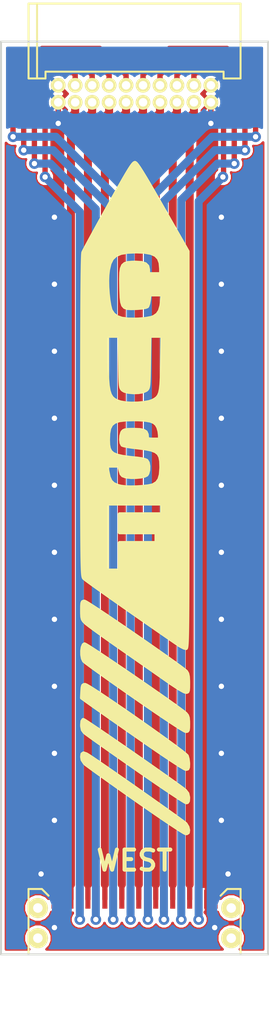
<source format=kicad_pcb>
(kicad_pcb (version 4) (host pcbnew 4.1.0-alpha+201605071002+6776~44~ubuntu14.04.1-product)

  (general
    (links 23)
    (no_connects 0)
    (area 145.924999 58.644999 166.075001 135.355001)
    (thickness 1.6)
    (drawings 5)
    (tracks 192)
    (zones 0)
    (modules 3)
    (nets 18)
  )

  (page A4)
  (layers
    (0 F.Cu signal)
    (31 B.Cu signal)
    (32 B.Adhes user)
    (33 F.Adhes user)
    (34 B.Paste user)
    (35 F.Paste user)
    (36 B.SilkS user)
    (37 F.SilkS user)
    (38 B.Mask user)
    (39 F.Mask user)
    (40 Dwgs.User user)
    (41 Cmts.User user)
    (42 Eco1.User user)
    (43 Eco2.User user)
    (44 Edge.Cuts user)
    (45 Margin user)
    (46 B.CrtYd user)
    (47 F.CrtYd user)
    (48 B.Fab user)
    (49 F.Fab user)
  )

  (setup
    (last_trace_width 0.25)
    (user_trace_width 0.2)
    (user_trace_width 0.25)
    (user_trace_width 0.4)
    (user_trace_width 0.5)
    (user_trace_width 0.6)
    (user_trace_width 0.8)
    (trace_clearance 0.15)
    (zone_clearance 0.3)
    (zone_45_only no)
    (trace_min 0.2)
    (segment_width 0.2)
    (edge_width 0.15)
    (via_size 0.6)
    (via_drill 0.4)
    (via_min_size 0.4)
    (via_min_drill 0.3)
    (user_via 0.6 0.4)
    (user_via 0.7 0.4)
    (user_via 0.8 0.4)
    (uvia_size 0.3)
    (uvia_drill 0.1)
    (uvias_allowed no)
    (uvia_min_size 0.2)
    (uvia_min_drill 0.1)
    (pcb_text_width 0.3)
    (pcb_text_size 1.5 1.5)
    (mod_edge_width 0.15)
    (mod_text_size 1 1)
    (mod_text_width 0.15)
    (pad_size 1.524 1.524)
    (pad_drill 0.762)
    (pad_to_mask_clearance 0)
    (aux_axis_origin 0 0)
    (visible_elements 7FFFFFFF)
    (pcbplotparams
      (layerselection 0x010f0_ffffffff)
      (usegerberextensions true)
      (excludeedgelayer true)
      (linewidth 0.100000)
      (plotframeref false)
      (viasonmask false)
      (mode 1)
      (useauxorigin false)
      (hpglpennumber 1)
      (hpglpenspeed 20)
      (hpglpendiameter 15)
      (psnegative false)
      (psa4output false)
      (plotreference false)
      (plotvalue false)
      (plotinvisibletext false)
      (padsonsilk false)
      (subtractmaskfromsilk true)
      (outputformat 1)
      (mirror false)
      (drillshape 0)
      (scaleselection 1)
      (outputdirectory gerbers/))
  )

  (net 0 "")
  (net 1 GND)
  (net 2 /3v3_IMU)
  (net 3 /JTMS)
  (net 4 /3v3_RADIO)
  (net 5 /JTCK)
  (net 6 /3v3_FC)
  (net 7 /JTDI)
  (net 8 /3v3_PYRO)
  (net 9 /JTDR)
  (net 10 /3v3_DL)
  (net 11 /RSVD1)
  (net 12 /3v3_AUX1)
  (net 13 /5v_CAN)
  (net 14 /RSVD3)
  (net 15 /CAN-)
  (net 16 /RSVD2)
  (net 17 /CAN+)

  (net_class Default "This is the default net class."
    (clearance 0.15)
    (trace_width 0.25)
    (via_dia 0.6)
    (via_drill 0.4)
    (uvia_dia 0.3)
    (uvia_drill 0.1)
    (add_net /3v3_AUX1)
    (add_net /3v3_DL)
    (add_net /3v3_FC)
    (add_net /3v3_IMU)
    (add_net /3v3_PYRO)
    (add_net /3v3_RADIO)
    (add_net /5v_CAN)
    (add_net /CAN+)
    (add_net /CAN-)
    (add_net /JTCK)
    (add_net /JTDI)
    (add_net /JTDR)
    (add_net /JTMS)
    (add_net /RSVD1)
    (add_net /RSVD2)
    (add_net /RSVD3)
    (add_net GND)
  )

  (module agg:SFM-110-02-L-DH (layer F.Cu) (tedit 5738C338) (tstamp 57390FA8)
    (at 156 129.7 180)
    (path /572F69FF)
    (fp_text reference J2 (at 9.1 2.6 90) (layer F.Fab)
      (effects (font (size 1 1) (thickness 0.15)))
    )
    (fp_text value "WEST BOT" (at 0 5.7 180) (layer F.Fab)
      (effects (font (size 1 1) (thickness 0.15)))
    )
    (fp_line (start -8.25 5) (end 8.25 5) (layer F.CrtYd) (width 0.01))
    (fp_line (start -8.25 -5.5) (end -8.25 5) (layer F.CrtYd) (width 0.01))
    (fp_line (start 8.25 -5.5) (end -8.25 -5.5) (layer F.CrtYd) (width 0.01))
    (fp_line (start 8.25 5) (end 8.25 -5.5) (layer F.CrtYd) (width 0.01))
    (fp_line (start -8.64 -0.23) (end 8.64 -0.23) (layer F.Fab) (width 0.03))
    (fp_line (start 7.94 -0.23) (end 7.94 4.58) (layer F.SilkS) (width 0.15))
    (fp_line (start 6.94 4.58) (end 7.94 4.58) (layer F.SilkS) (width 0.15))
    (fp_line (start -7.94 -0.23) (end -7.94 4.58) (layer F.SilkS) (width 0.15))
    (fp_line (start -6.44 4.08) (end -6.94 4.58) (layer F.SilkS) (width 0.15))
    (fp_line (start 6.44 4.08) (end 6.94 4.58) (layer F.SilkS) (width 0.15))
    (fp_line (start -7.94 4.58) (end -6.94 4.58) (layer F.SilkS) (width 0.15))
    (fp_line (start -6.65 -5.2) (end 6.65 -5.2) (layer F.Fab) (width 0.01))
    (fp_line (start -6.65 -5.2) (end -6.65 -1) (layer F.Fab) (width 0.01))
    (fp_line (start -7.94 -1) (end -6.65 -1) (layer F.Fab) (width 0.01))
    (fp_line (start -7.94 -1) (end -7.94 4.58) (layer F.Fab) (width 0.01))
    (fp_line (start -7.94 4.58) (end 7.94 4.58) (layer F.Fab) (width 0.01))
    (fp_line (start 7.94 -1) (end 7.94 4.58) (layer F.Fab) (width 0.01))
    (fp_line (start 6.65 -1) (end 7.94 -1) (layer F.Fab) (width 0.01))
    (fp_line (start 6.65 -5.2) (end 6.65 -1) (layer F.Fab) (width 0.01))
    (fp_line (start 6 -5.2) (end 6 -3.5) (layer F.Fab) (width 0.01))
    (fp_line (start 4.5 -3.5) (end 6 -3.5) (layer F.Fab) (width 0.01))
    (fp_line (start 4.5 -5.2) (end 4.5 -3.5) (layer F.Fab) (width 0.01))
    (pad "" thru_hole circle (at 7.2395 3.16 180) (size 1.5 1.5) (drill 0.71) (layers *.Cu *.Mask F.SilkS))
    (pad "" thru_hole circle (at -7.2395 3.16 180) (size 1.5 1.5) (drill 0.71) (layers *.Cu *.Mask F.SilkS))
    (pad "" thru_hole circle (at 7.2395 0.91 180) (size 1.5 1.5) (drill 0.71) (layers *.Cu *.Mask F.SilkS))
    (pad "" thru_hole circle (at -7.2395 0.91 180) (size 1.5 1.5) (drill 0.71) (layers *.Cu *.Mask F.SilkS))
    (pad 1 smd rect (at -6.0325 3.81 180) (size 0.38 1.4) (layers F.Cu F.Paste F.Mask)
      (net 1 GND))
    (pad 2 smd rect (at -5.3975 3.81 180) (size 0.38 1.4) (layers F.Cu F.Paste F.Mask)
      (net 1 GND))
    (pad 3 smd rect (at -4.7625 3.81 180) (size 0.38 1.4) (layers F.Cu F.Paste F.Mask)
      (net 2 /3v3_IMU))
    (pad 4 smd rect (at -4.1275 3.81 180) (size 0.38 1.4) (layers F.Cu F.Paste F.Mask)
      (net 3 /JTMS))
    (pad 5 smd rect (at -3.4925 3.81 180) (size 0.38 1.4) (layers F.Cu F.Paste F.Mask)
      (net 4 /3v3_RADIO))
    (pad 6 smd rect (at -2.8575 3.81 180) (size 0.38 1.4) (layers F.Cu F.Paste F.Mask)
      (net 5 /JTCK))
    (pad 7 smd rect (at -2.2225 3.81 180) (size 0.38 1.4) (layers F.Cu F.Paste F.Mask)
      (net 6 /3v3_FC))
    (pad 8 smd rect (at -1.5875 3.81 180) (size 0.38 1.4) (layers F.Cu F.Paste F.Mask)
      (net 7 /JTDI))
    (pad 9 smd rect (at -0.9525 3.81 180) (size 0.38 1.4) (layers F.Cu F.Paste F.Mask)
      (net 8 /3v3_PYRO))
    (pad 10 smd rect (at -0.3175 3.81 180) (size 0.38 1.4) (layers F.Cu F.Paste F.Mask)
      (net 9 /JTDR))
    (pad 11 smd rect (at 0.3175 3.81 180) (size 0.38 1.4) (layers F.Cu F.Paste F.Mask)
      (net 10 /3v3_DL))
    (pad 12 smd rect (at 0.9525 3.81 180) (size 0.38 1.4) (layers F.Cu F.Paste F.Mask)
      (net 11 /RSVD1))
    (pad 13 smd rect (at 1.5875 3.81 180) (size 0.38 1.4) (layers F.Cu F.Paste F.Mask)
      (net 12 /3v3_AUX1))
    (pad 14 smd rect (at 2.2225 3.81 180) (size 0.38 1.4) (layers F.Cu F.Paste F.Mask)
      (net 13 /5v_CAN))
    (pad 15 smd rect (at 2.8575 3.81 180) (size 0.38 1.4) (layers F.Cu F.Paste F.Mask)
      (net 14 /RSVD3))
    (pad 16 smd rect (at 3.4925 3.81 180) (size 0.38 1.4) (layers F.Cu F.Paste F.Mask)
      (net 15 /CAN-))
    (pad 17 smd rect (at 4.1275 3.81 180) (size 0.38 1.4) (layers F.Cu F.Paste F.Mask)
      (net 16 /RSVD2))
    (pad 18 smd rect (at 4.7625 3.81 180) (size 0.38 1.4) (layers F.Cu F.Paste F.Mask)
      (net 17 /CAN+))
    (pad 19 smd rect (at 5.3975 3.81 180) (size 0.38 1.4) (layers F.Cu F.Paste F.Mask)
      (net 1 GND))
    (pad 20 smd rect (at 6.0325 3.81 180) (size 0.38 1.4) (layers F.Cu F.Paste F.Mask)
      (net 1 GND))
  )

  (module agg:TFML-110-01-L-D-RA (layer F.Cu) (tedit 5738D458) (tstamp 57390F76)
    (at 156 63 180)
    (path /572F69EF)
    (fp_text reference J1 (at 9 -2 90) (layer F.Fab)
      (effects (font (size 1 1) (thickness 0.15)))
    )
    (fp_text value "WEST TOP" (at 0 -5.5 180) (layer F.Fab)
      (effects (font (size 1 1) (thickness 0.15)))
    )
    (fp_line (start 8.2 -4.15) (end 8.2 4.2) (layer F.CrtYd) (width 0.01))
    (fp_line (start -8.2 -4.15) (end -8.2 4.2) (layer F.CrtYd) (width 0.01))
    (fp_line (start 8.2 4.2) (end -8.2 4.2) (layer F.CrtYd) (width 0.01))
    (fp_line (start 6.6675 -1.141) (end -6.6675 -1.141) (layer F.SilkS) (width 0.15))
    (fp_line (start -6.6675 -1.649) (end -7.9375 -1.649) (layer F.SilkS) (width 0.15))
    (fp_line (start 7.9375 -1.649) (end 7.9375 3.939) (layer F.SilkS) (width 0.15))
    (fp_line (start -7.9375 -1.649) (end -7.9375 3.939) (layer F.SilkS) (width 0.15))
    (fp_line (start 7.9375 3.939) (end -7.9375 3.939) (layer F.SilkS) (width 0.15))
    (fp_line (start 6.6675 -1.649) (end 6.6675 -1.141) (layer F.SilkS) (width 0.15))
    (fp_line (start -6.6675 -1.649) (end -6.6675 -1.141) (layer F.SilkS) (width 0.15))
    (fp_line (start 7.9375 -1.649) (end 6.6675 -1.649) (layer F.SilkS) (width 0.15))
    (fp_line (start 7.3 -1.649) (end 7.3 3.939) (layer F.SilkS) (width 0.15))
    (fp_line (start 8.2 -4.15) (end -8.2 -4.15) (layer F.CrtYd) (width 0.01))
    (fp_line (start -7.9375 -1.649) (end -7.9375 3.939) (layer F.Fab) (width 0.01))
    (fp_line (start 7.9375 3.939) (end -7.9375 3.939) (layer F.Fab) (width 0.01))
    (fp_line (start 7.9375 -1.649) (end 7.9375 3.939) (layer F.Fab) (width 0.01))
    (fp_line (start 7.9375 -1.649) (end -7.9375 -1.649) (layer F.Fab) (width 0.01))
    (pad 1 thru_hole circle (at -5.715 -2.159) (size 1.1 1.1) (drill 0.635) (layers *.Cu *.Mask F.SilkS)
      (net 1 GND))
    (pad 2 thru_hole circle (at -5.715 -3.429) (size 1.1 1.1) (drill 0.635) (layers *.Cu *.Mask F.SilkS)
      (net 1 GND))
    (pad 3 thru_hole circle (at -4.445 -2.159) (size 1.1 1.1) (drill 0.635) (layers *.Cu *.Mask F.SilkS)
      (net 2 /3v3_IMU))
    (pad 4 thru_hole circle (at -4.445 -3.429) (size 1.1 1.1) (drill 0.635) (layers *.Cu *.Mask F.SilkS)
      (net 3 /JTMS))
    (pad 5 thru_hole circle (at -3.175 -2.159) (size 1.1 1.1) (drill 0.635) (layers *.Cu *.Mask F.SilkS)
      (net 4 /3v3_RADIO))
    (pad 6 thru_hole circle (at -3.175 -3.429) (size 1.1 1.1) (drill 0.635) (layers *.Cu *.Mask F.SilkS)
      (net 5 /JTCK))
    (pad 7 thru_hole circle (at -1.905 -2.159) (size 1.1 1.1) (drill 0.635) (layers *.Cu *.Mask F.SilkS)
      (net 6 /3v3_FC))
    (pad 8 thru_hole circle (at -1.905 -3.429) (size 1.1 1.1) (drill 0.635) (layers *.Cu *.Mask F.SilkS)
      (net 7 /JTDI))
    (pad 9 thru_hole circle (at -0.635 -2.159) (size 1.1 1.1) (drill 0.635) (layers *.Cu *.Mask F.SilkS)
      (net 8 /3v3_PYRO))
    (pad 10 thru_hole circle (at -0.635 -3.429) (size 1.1 1.1) (drill 0.635) (layers *.Cu *.Mask F.SilkS)
      (net 9 /JTDR))
    (pad 11 thru_hole circle (at 0.635 -2.159) (size 1.1 1.1) (drill 0.635) (layers *.Cu *.Mask F.SilkS)
      (net 10 /3v3_DL))
    (pad 12 thru_hole circle (at 0.635 -3.429) (size 1.1 1.1) (drill 0.635) (layers *.Cu *.Mask F.SilkS)
      (net 11 /RSVD1))
    (pad 13 thru_hole circle (at 1.905 -2.159) (size 1.1 1.1) (drill 0.635) (layers *.Cu *.Mask F.SilkS)
      (net 12 /3v3_AUX1))
    (pad 14 thru_hole circle (at 1.905 -3.429) (size 1.1 1.1) (drill 0.635) (layers *.Cu *.Mask F.SilkS)
      (net 13 /5v_CAN))
    (pad 15 thru_hole circle (at 3.175 -2.159) (size 1.1 1.1) (drill 0.635) (layers *.Cu *.Mask F.SilkS)
      (net 14 /RSVD3))
    (pad 16 thru_hole circle (at 3.175 -3.429) (size 1.1 1.1) (drill 0.635) (layers *.Cu *.Mask F.SilkS)
      (net 15 /CAN-))
    (pad 17 thru_hole circle (at 4.445 -2.159) (size 1.1 1.1) (drill 0.635) (layers *.Cu *.Mask F.SilkS)
      (net 16 /RSVD2))
    (pad 18 thru_hole circle (at 4.445 -3.429) (size 1.1 1.1) (drill 0.635) (layers *.Cu *.Mask F.SilkS)
      (net 17 /CAN+))
    (pad 19 thru_hole circle (at 5.715 -2.159) (size 1.1 1.1) (drill 0.635) (layers *.Cu *.Mask F.SilkS)
      (net 1 GND))
    (pad 20 thru_hole circle (at 5.715 -3.429) (size 1.1 1.1) (drill 0.635) (layers *.Cu *.Mask F.SilkS)
      (net 1 GND))
  )

  (module m3psu:cusf_logo_large (layer F.Cu) (tedit 0) (tstamp 5770110B)
    (at 156 95.95)
    (fp_text reference G*** (at 0 0) (layer F.SilkS) hide
      (effects (font (thickness 0.3)))
    )
    (fp_text value LOGO (at 0.75 0) (layer F.SilkS) hide
      (effects (font (thickness 0.3)))
    )
    (fp_poly (pts (xy 4.029075 24.779304) (xy 4.004875 24.960606) (xy 3.907084 25.022166) (xy 3.836192 25.023892)
      (xy 3.729988 24.974401) (xy 3.497861 24.835289) (xy 3.153886 24.615916) (xy 2.712134 24.325647)
      (xy 2.186673 23.973845) (xy 1.591577 23.569874) (xy 0.940915 23.123089) (xy 0.248759 22.642859)
      (xy 0.067684 22.516437) (xy -0.63565 22.023673) (xy -1.301656 21.554996) (xy -1.916017 21.120626)
      (xy -2.46442 20.73077) (xy -2.932556 20.395651) (xy -3.30611 20.125481) (xy -3.570772 19.930474)
      (xy -3.712227 19.820849) (xy -3.725646 19.808963) (xy -3.90902 19.533334) (xy -3.94335 19.316043)
      (xy -3.91712 19.106156) (xy -3.820851 19.039506) (xy -3.628187 19.102802) (xy -3.575008 19.130291)
      (xy -3.43332 19.217582) (xy -3.172314 19.389848) (xy -2.808483 19.635545) (xy -2.358337 19.943126)
      (xy -1.838373 20.301049) (xy -1.265099 20.697768) (xy -0.655017 21.121736) (xy -0.024627 21.561409)
      (xy 0.609565 22.00524) (xy 1.23106 22.441687) (xy 1.823351 22.859204) (xy 2.369936 23.246244)
      (xy 2.854313 23.591266) (xy 3.25998 23.882718) (xy 3.570434 24.109061) (xy 3.769168 24.258747)
      (xy 3.836192 24.315058) (xy 3.977934 24.550069) (xy 4.029075 24.779304) (xy 4.029075 24.779304)) (layer F.SilkS) (width 0.27))
    (fp_poly (pts (xy 4.029075 22.381491) (xy 4.012789 22.604981) (xy 3.950362 22.701792) (xy 3.869513 22.717125)
      (xy 3.770002 22.669427) (xy 3.543961 22.532469) (xy 3.205224 22.315457) (xy 2.767616 22.027591)
      (xy 2.244972 21.678073) (xy 1.65112 21.276111) (xy 0.999888 20.830905) (xy 0.305111 20.351658)
      (xy 0.074939 20.191985) (xy -0.633752 19.698814) (xy -1.304176 19.230612) (xy -1.922249 18.797327)
      (xy -2.473891 18.408911) (xy -2.945014 18.075312) (xy -3.32154 17.806484) (xy -3.58938 17.612375)
      (xy -3.734456 17.502936) (xy -3.751715 17.488308) (xy -3.888475 17.298417) (xy -3.940761 17.03221)
      (xy -3.94335 16.927348) (xy -3.919965 16.657283) (xy -3.8507 16.54735) (xy -3.834327 16.544925)
      (xy -3.745105 16.592464) (xy -3.531632 16.727747) (xy -3.209817 16.939765) (xy -2.795561 17.217506)
      (xy -2.304771 17.549965) (xy -1.753353 17.926129) (xy -1.157209 18.33499) (xy -0.532246 18.76554)
      (xy 0.105635 19.206769) (xy 0.740521 19.647668) (xy 1.356515 20.07723) (xy 1.937706 20.484444)
      (xy 2.468194 20.858302) (xy 2.932073 21.187794) (xy 3.313435 21.461911) (xy 3.596376 21.669644)
      (xy 3.764993 21.799986) (xy 3.79333 21.8246) (xy 3.969467 22.050338) (xy 4.028006 22.323676)
      (xy 4.029075 22.381491) (xy 4.029075 22.381491)) (layer F.SilkS) (width 0.27))
    (fp_poly (pts (xy 4.029075 19.849369) (xy 4.019239 20.086361) (xy 3.974449 20.197137) (xy 3.871784 20.226502)
      (xy 3.836192 20.226418) (xy 3.727466 20.177459) (xy 3.492663 20.03869) (xy 3.145697 19.819293)
      (xy 2.700481 19.528449) (xy 2.170924 19.175338) (xy 1.570944 18.769139) (xy 0.91445 18.31903)
      (xy 0.296017 17.890413) (xy -0.394667 17.409138) (xy -1.05641 16.9476) (xy -1.67299 16.517145)
      (xy -2.228186 16.129112) (xy -2.705783 15.794843) (xy -3.089561 15.52568) (xy -3.363298 15.332968)
      (xy -3.501506 15.234747) (xy -3.951734 14.91041) (xy -3.926113 14.42036) (xy -3.904913 14.14229)
      (xy -3.866632 13.995083) (xy -3.793235 13.938167) (xy -3.708331 13.930313) (xy -3.594094 13.978702)
      (xy -3.357164 14.116356) (xy -3.013724 14.332002) (xy -2.579961 14.614368) (xy -2.072058 14.952184)
      (xy -1.506206 15.334175) (xy -0.898582 15.74907) (xy -0.265378 16.185598) (xy 0.377225 16.632483)
      (xy 1.013037 17.078456) (xy 1.625881 17.512243) (xy 2.199563 17.922576) (xy 2.717901 18.298178)
      (xy 3.164711 18.627778) (xy 3.523808 18.900105) (xy 3.779004 19.103885) (xy 3.914117 19.227848)
      (xy 3.929874 19.249923) (xy 3.992701 19.474692) (xy 4.02695 19.766219) (xy 4.029075 19.849369)
      (xy 4.029075 19.849369)) (layer F.SilkS) (width 0.27))
    (fp_poly (pts (xy 4.029075 16.841064) (xy 4.024733 17.142357) (xy 4.002925 17.310443) (xy 3.950462 17.383507)
      (xy 3.854156 17.39974) (xy 3.836192 17.399648) (xy 3.727253 17.350991) (xy 3.490511 17.211469)
      (xy 3.138199 16.989148) (xy 2.682536 16.692094) (xy 2.135754 16.328374) (xy 1.510075 15.906059)
      (xy 0.81773 15.433208) (xy 0.070943 14.917894) (xy 0 14.868681) (xy -0.708394 14.375605)
      (xy -1.37723 13.90726) (xy -1.992605 13.473575) (xy -2.540619 13.084481) (xy -3.007368 12.749905)
      (xy -3.378947 12.479778) (xy -3.641458 12.284031) (xy -3.780991 12.172591) (xy -3.797059 12.156772)
      (xy -3.886839 11.966954) (xy -3.932728 11.700285) (xy -3.936638 11.40871) (xy -3.900471 11.144158)
      (xy -3.826135 10.958574) (xy -3.751048 10.903191) (xy -3.658505 10.945838) (xy -3.44166 11.076016)
      (xy -3.116548 11.282757) (xy -2.699203 11.555101) (xy -2.205665 11.88209) (xy -1.651968 12.252757)
      (xy -1.054142 12.656139) (xy -0.428231 13.081279) (xy 0.209736 13.51721) (xy 0.84372 13.952971)
      (xy 1.457689 14.3776) (xy 2.035603 14.780135) (xy 2.561431 15.149614) (xy 3.019135 15.475072)
      (xy 3.392677 15.74555) (xy 3.666028 15.950083) (xy 3.823146 16.077712) (xy 3.836192 16.090032)
      (xy 3.945337 16.227184) (xy 4.004319 16.401191) (xy 4.027004 16.66605) (xy 4.029075 16.841064)
      (xy 4.029075 16.841064)) (layer F.SilkS) (width 0.27))
    (fp_poly (pts (xy 4.029075 13.811221) (xy 4.026194 14.148716) (xy 4.010882 14.349593) (xy 3.973131 14.448659)
      (xy 3.902934 14.480729) (xy 3.836192 14.482166) (xy 3.701997 14.432691) (xy 3.457949 14.299683)
      (xy 3.132856 14.100456) (xy 2.755512 13.852323) (xy 2.528888 13.696204) (xy 2.176843 13.450053)
      (xy 1.711787 13.125551) (xy 1.161567 12.742088) (xy 0.554032 12.319066) (xy -0.082974 11.875872)
      (xy -0.721605 11.431903) (xy -0.985838 11.248324) (xy -1.567399 10.842322) (xy -2.114743 10.45633)
      (xy -2.60904 10.103921) (xy -3.031471 9.798665) (xy -3.363206 9.554131) (xy -3.585419 9.383896)
      (xy -3.664745 9.317133) (xy -3.805261 9.174389) (xy -3.888289 9.042689) (xy -3.92891 8.871522)
      (xy -3.942211 8.610384) (xy -3.94335 8.384232) (xy -3.940372 8.048873) (xy -3.92465 7.849821)
      (xy -3.886018 7.751951) (xy -3.814304 7.720142) (xy -3.75047 7.718163) (xy -3.648264 7.766283)
      (xy -3.422139 7.902201) (xy -3.088241 8.114826) (xy -2.662713 8.39308) (xy -2.161701 8.725876)
      (xy -1.601346 9.102127) (xy -0.997796 9.51075) (xy -0.367192 9.940658) (xy 0.274317 10.380768)
      (xy 0.910591 10.819994) (xy 1.525484 11.24725) (xy 2.102852 11.651456) (xy 2.626549 12.021521)
      (xy 3.080433 12.34636) (xy 3.448356 12.614894) (xy 3.714177 12.816033) (xy 3.861751 12.938692)
      (xy 3.879055 12.956714) (xy 3.961759 13.102182) (xy 4.008952 13.32153) (xy 4.027828 13.655704)
      (xy 4.029075 13.811221) (xy 4.029075 13.811221)) (layer F.SilkS) (width 0.27))
    (fp_poly (pts (xy 3.986213 -3.606549) (xy 3.98611 -1.730017) (xy 3.985759 -0.017523) (xy 3.985095 1.538344)
      (xy 3.984044 2.944998) (xy 3.982546 4.209848) (xy 3.980526 5.340308) (xy 3.977921 6.343788)
      (xy 3.974659 7.227703) (xy 3.970677 7.99946) (xy 3.965906 8.666476) (xy 3.960276 9.23616)
      (xy 3.953721 9.715923) (xy 3.946174 10.113177) (xy 3.937564 10.435338) (xy 3.927828 10.689813)
      (xy 3.916895 10.884013) (xy 3.904697 11.025356) (xy 3.89117 11.121249) (xy 3.876242 11.179104)
      (xy 3.859847 11.206337) (xy 3.850848 11.210829) (xy 3.71399 11.178518) (xy 3.490128 11.068493)
      (xy 3.250773 10.919699) (xy 2.573683 10.456236) (xy 2.081211 10.117499) (xy 2.081211 -15.173325)
      (xy 1.608965 -15.173325) (xy 1.136722 -15.173325) (xy 1.092401 -14.780108) (xy 1.045032 -14.521289)
      (xy 0.977608 -14.329872) (xy 0.948475 -14.28719) (xy 0.820951 -14.238372) (xy 0.567208 -14.19528)
      (xy 0.232475 -14.164805) (xy 0.101855 -14.158287) (xy -0.27229 -14.148405) (xy -0.548702 -14.166954)
      (xy -0.74287 -14.236017) (xy -0.87028 -14.377667) (xy -0.946418 -14.613988) (xy -0.986772 -14.967053)
      (xy -1.00683 -15.458947) (xy -1.01375 -15.74873) (xy -1.023011 -16.35117) (xy -1.011444 -16.803769)
      (xy -0.966106 -17.127949) (xy -0.874047 -17.345143) (xy -0.722326 -17.476771) (xy -0.497996 -17.544262)
      (xy -0.188114 -17.569043) (xy 0.088079 -17.572456) (xy 0.520881 -17.54591) (xy 0.809155 -17.456572)
      (xy 0.971919 -17.293098) (xy 1.028192 -17.04415) (xy 1.0287 -17.011553) (xy 1.0287 -16.716375)
      (xy 1.500188 -16.716375) (xy 1.971675 -16.716375) (xy 1.971675 -17.110616) (xy 1.933041 -17.545016)
      (xy 1.80694 -17.87629) (xy 1.578066 -18.114986) (xy 1.231108 -18.271656) (xy 0.750765 -18.356852)
      (xy 0.128588 -18.381149) (xy -0.523527 -18.354357) (xy -1.029151 -18.268019) (xy -1.407556 -18.106411)
      (xy -1.678007 -17.853815) (xy -1.859771 -17.494507) (xy -1.972112 -17.012768) (xy -2.016676 -16.63065)
      (xy -2.033416 -16.218465) (xy -2.022827 -15.741713) (xy -1.989155 -15.243798) (xy -1.936653 -14.768123)
      (xy -1.869572 -14.358087) (xy -1.79216 -14.057096) (xy -1.756199 -13.970921) (xy -1.569078 -13.704625)
      (xy -1.309883 -13.513775) (xy -0.956672 -13.391498) (xy -0.487501 -13.330926) (xy 0.11957 -13.325186)
      (xy 0.28694 -13.33115) (xy 0.842033 -13.373197) (xy 1.243728 -13.447013) (xy 1.444227 -13.520042)
      (xy 1.706044 -13.70098) (xy 1.883134 -13.962426) (xy 1.992095 -14.336606) (xy 2.035376 -14.667858)
      (xy 2.081211 -15.173325) (xy 2.081211 10.117499) (xy 2.07707 10.114648) (xy 2.07707 -12.087225)
      (xy 1.605047 -12.087225) (xy 1.133028 -12.087225) (xy 1.102013 -10.150612) (xy 1.091553 -9.526459)
      (xy 1.081112 -9.051124) (xy 1.068185 -8.701997) (xy 1.050257 -8.456465) (xy 1.02482 -8.291913)
      (xy 0.989366 -8.185733) (xy 0.941385 -8.115312) (xy 0.878364 -8.058037) (xy 0.868903 -8.05035)
      (xy 0.639808 -7.946438) (xy 0.304428 -7.887753) (xy -0.078149 -7.874288) (xy -0.448832 -7.90604)
      (xy -0.748535 -7.983006) (xy -0.869187 -8.050469) (xy -0.934435 -8.10763) (xy -0.984263 -8.174774)
      (xy -1.021162 -8.274512) (xy -1.047613 -8.429457) (xy -1.066106 -8.662218) (xy -1.079125 -8.995409)
      (xy -1.089156 -9.451644) (xy -1.098689 -10.053536) (xy -1.100126 -10.150731) (xy -1.128686 -12.087225)
      (xy -1.593043 -12.087225) (xy -2.0574 -12.087225) (xy -2.0574 -10.341564) (xy -2.052184 -9.546266)
      (xy -2.032682 -8.903749) (xy -1.993127 -8.395564) (xy -1.927746 -8.003251) (xy -1.830773 -7.70836)
      (xy -1.696432 -7.492433) (xy -1.518958 -7.337018) (xy -1.292576 -7.223658) (xy -1.058484 -7.146892)
      (xy -0.697291 -7.082062) (xy -0.246999 -7.054908) (xy 0.239009 -7.062984) (xy 0.707351 -7.103846)
      (xy 1.104648 -7.175048) (xy 1.345343 -7.256971) (xy 1.537718 -7.361366) (xy 1.68929 -7.477393)
      (xy 1.80532 -7.626064) (xy 1.891064 -7.828385) (xy 1.951781 -8.105368) (xy 1.99273 -8.478022)
      (xy 2.019165 -8.967359) (xy 2.036345 -9.594388) (xy 2.044483 -10.05075) (xy 2.07707 -12.087225)
      (xy 2.07707 10.114648) (xy 2.0574 10.101121) (xy 2.0574 1.20015) (xy 2.0574 0.814388)
      (xy 2.0574 0.428625) (xy 1.989743 0.428625) (xy 1.989743 -2.323955) (xy 1.97562 -2.744574)
      (xy 1.915245 -3.066066) (xy 1.78784 -3.304932) (xy 1.572631 -3.477686) (xy 1.248839 -3.600836)
      (xy 0.79569 -3.690889) (xy 0.192402 -3.764353) (xy 0.17466 -3.766179) (xy -0.22589 -3.813907)
      (xy -0.568223 -3.867126) (xy -0.81338 -3.91898) (xy -0.918335 -3.958473) (xy -0.995695 -4.113504)
      (xy -1.024944 -4.363718) (xy -1.006879 -4.639977) (xy -0.942295 -4.873138) (xy -0.907065 -4.934237)
      (xy -0.823492 -5.0166) (xy -0.694456 -5.066758) (xy -0.481075 -5.092195) (xy -0.144469 -5.100403)
      (xy -0.043073 -5.100638) (xy 0.390188 -5.085129) (xy 0.679631 -5.029414) (xy 0.850843 -4.919727)
      (xy 0.929405 -4.742294) (xy 0.942975 -4.569904) (xy 0.957671 -4.456318) (xy 1.029542 -4.397158)
      (xy 1.200263 -4.374931) (xy 1.414462 -4.371975) (xy 1.88595 -4.371975) (xy 1.88595 -4.674767)
      (xy 1.850467 -4.970136) (xy 1.764669 -5.267654) (xy 1.760446 -5.277928) (xy 1.635868 -5.493107)
      (xy 1.45209 -5.650403) (xy 1.184763 -5.757653) (xy 0.809538 -5.82269) (xy 0.302073 -5.853357)
      (xy -0.042863 -5.858414) (xy -0.671744 -5.844158) (xy -1.150856 -5.785673) (xy -1.499391 -5.667837)
      (xy -1.73654 -5.475524) (xy -1.881495 -5.193612) (xy -1.95345 -4.806975) (xy -1.971675 -4.338444)
      (xy -1.958342 -3.971821) (xy -1.905449 -3.684909) (xy -1.793653 -3.465304) (xy -1.603614 -3.300604)
      (xy -1.315988 -3.178405) (xy -0.911431 -3.086305) (xy -0.370607 -3.011901) (xy 0.184615 -2.95572)
      (xy 0.501609 -2.912331) (xy 0.764759 -2.851473) (xy 0.905615 -2.79264) (xy 1.006074 -2.629041)
      (xy 1.051442 -2.370071) (xy 1.041614 -2.08275) (xy 0.976469 -1.834107) (xy 0.907419 -1.727933)
      (xy 0.739622 -1.646357) (xy 0.453757 -1.586941) (xy 0.102252 -1.553783) (xy -0.262464 -1.550985)
      (xy -0.58796 -1.582643) (xy -0.6858 -1.603355) (xy -0.884358 -1.675825) (xy -0.993573 -1.799396)
      (xy -1.065029 -2.033251) (xy -1.066597 -2.04022) (xy -1.147354 -2.4003) (xy -1.612111 -2.4003)
      (xy -2.07687 -2.4003) (xy -2.016981 -2.00094) (xy -1.924212 -1.557654) (xy -1.782991 -1.250918)
      (xy -1.56374 -1.046882) (xy -1.236867 -0.911682) (xy -1.018391 -0.858163) (xy -0.704886 -0.818818)
      (xy -0.293682 -0.804422) (xy 0.165083 -0.81257) (xy 0.62127 -0.840872) (xy 1.024739 -0.886926)
      (xy 1.325349 -0.948337) (xy 1.398646 -0.973706) (xy 1.665325 -1.138128) (xy 1.845172 -1.386056)
      (xy 1.949268 -1.742815) (xy 1.988704 -2.233723) (xy 1.989743 -2.323955) (xy 1.989743 0.428625)
      (xy 0 0.428625) (xy -2.0574 0.428625) (xy -2.0574 2.91465) (xy -2.0574 5.400675)
      (xy -1.585913 5.400675) (xy -1.114425 5.400675) (xy -1.114425 4.371975) (xy -1.114425 3.343275)
      (xy 0.257175 3.343275) (xy 1.628775 3.343275) (xy 1.628775 2.957512) (xy 1.628775 2.57175)
      (xy 0.257175 2.57175) (xy -1.114425 2.57175) (xy -1.114425 1.88595) (xy -1.114425 1.20015)
      (xy 0.471488 1.20015) (xy 2.0574 1.20015) (xy 2.0574 10.101121) (xy 1.866731 9.969974)
      (xy 1.144206 9.47093) (xy 0.420395 8.969122) (xy -0.290407 8.474566) (xy -0.973917 7.997276)
      (xy -1.615845 7.547269) (xy -2.201899 7.134564) (xy -2.71779 6.769178) (xy -3.149231 6.461124)
      (xy -3.481931 6.220422) (xy -3.7016 6.057086) (xy -3.793333 5.981861) (xy -3.814339 5.950832)
      (xy -3.833293 5.90257) (xy -3.850303 5.828609) (xy -3.865468 5.720482) (xy -3.878901 5.569725)
      (xy -3.8907 5.367867) (xy -3.900974 5.106445) (xy -3.909827 4.776994) (xy -3.917362 4.371049)
      (xy -3.923686 3.880138) (xy -3.9289 3.295801) (xy -3.933114 2.609566) (xy -3.93643 1.812972)
      (xy -3.938954 0.897553) (xy -3.940788 -0.145163) (xy -3.942041 -1.323635) (xy -3.942815 -2.646332)
      (xy -3.943215 -4.121723) (xy -3.943347 -5.758268) (xy -3.94335 -6.133255) (xy -3.942786 -8.03804)
      (xy -3.941082 -9.773549) (xy -3.938217 -11.341955) (xy -3.934184 -12.745431) (xy -3.928959 -13.986146)
      (xy -3.92253 -15.066275) (xy -3.914879 -15.987988) (xy -3.90599 -16.753454) (xy -3.895849 -17.36485)
      (xy -3.884436 -17.824344) (xy -3.871738 -18.13411) (xy -3.857738 -18.296318) (xy -3.852716 -18.318139)
      (xy -3.792501 -18.442544) (xy -3.657377 -18.699641) (xy -3.456489 -19.072697) (xy -3.198992 -19.544976)
      (xy -2.89403 -20.099742) (xy -2.550758 -20.720259) (xy -2.17832 -21.389792) (xy -1.949578 -21.799292)
      (xy -1.503857 -22.59411) (xy -1.132796 -23.250796) (xy -0.828789 -23.781649) (xy -0.584234 -24.198961)
      (xy -0.391527 -24.515028) (xy -0.243062 -24.742144) (xy -0.131236 -24.892604) (xy -0.048446 -24.978704)
      (xy 0.012911 -25.012741) (xy 0.038615 -25.01398) (xy 0.105068 -24.969654) (xy 0.211043 -24.844177)
      (xy 0.362532 -24.627904) (xy 0.56552 -24.311191) (xy 0.826 -23.884392) (xy 1.14996 -23.33786)
      (xy 1.543385 -22.661953) (xy 2.012264 -21.84702) (xy 2.100262 -21.693347) (xy 3.986213 -18.397857)
      (xy 3.986213 -3.606549) (xy 3.986213 -3.606549)) (layer F.SilkS) (width 0.27))
  )

  (gr_text WEST (at 156 123) (layer F.SilkS)
    (effects (font (size 1.5 1.5) (thickness 0.3)))
  )
  (gr_line (start 166 130) (end 146 130) (layer Edge.Cuts) (width 0.15))
  (gr_line (start 146 61.9) (end 166 61.9) (layer Edge.Cuts) (width 0.15))
  (gr_line (start 166 61.9) (end 166 130) (layer Edge.Cuts) (width 0.15))
  (gr_line (start 146 130) (end 146 61.9) (layer Edge.Cuts) (width 0.15))

  (segment (start 161.715 66.429) (end 161.715 68) (width 0.4) (layer F.Cu) (net 1))
  (segment (start 161.715 68) (end 161.715 74.215) (width 0.4) (layer F.Cu) (net 1))
  (segment (start 161.715 66.429) (end 161.715 68) (width 0.25) (layer B.Cu) (net 1))
  (via (at 161.715 68) (size 0.8) (drill 0.4) (layers F.Cu B.Cu) (net 1))
  (segment (start 150.285 66.429) (end 150.285 68) (width 0.4) (layer F.Cu) (net 1))
  (segment (start 150.285 68) (end 150.285 74.715) (width 0.4) (layer F.Cu) (net 1))
  (segment (start 150.285 66.429) (end 150.285 68) (width 0.25) (layer B.Cu) (net 1))
  (via (at 150.285 68) (size 0.8) (drill 0.4) (layers F.Cu B.Cu) (net 1))
  (segment (start 162.0325 125.89) (end 162.0325 124.9675) (width 0.25) (layer F.Cu) (net 1))
  (segment (start 162.0325 124.9675) (end 163 124) (width 0.25) (layer F.Cu) (net 1))
  (via (at 163 124) (size 0.8) (drill 0.4) (layers F.Cu B.Cu) (net 1))
  (segment (start 162.0325 125.89) (end 162.0325 127.9675) (width 0.25) (layer F.Cu) (net 1))
  (segment (start 162.0325 127.9675) (end 162 128) (width 0.25) (layer F.Cu) (net 1))
  (via (at 162 128) (size 0.8) (drill 0.4) (layers F.Cu B.Cu) (net 1))
  (segment (start 150.6025 125.89) (end 150.6025 127.3975) (width 0.25) (layer F.Cu) (net 1))
  (segment (start 150.6025 127.3975) (end 150 128) (width 0.25) (layer F.Cu) (net 1))
  (via (at 150 128) (size 0.8) (drill 0.4) (layers F.Cu B.Cu) (net 1))
  (segment (start 149.9675 125.89) (end 149.9675 124.9675) (width 0.25) (layer F.Cu) (net 1))
  (segment (start 149.9675 124.9675) (end 149 124) (width 0.25) (layer F.Cu) (net 1))
  (via (at 149 124) (size 0.8) (drill 0.4) (layers F.Cu B.Cu) (net 1))
  (segment (start 162.5 115) (end 162.5 120) (width 0.4) (layer B.Cu) (net 1))
  (via (at 162.5 120) (size 0.8) (drill 0.4) (layers F.Cu B.Cu) (net 1))
  (segment (start 162.5 110) (end 162.5 115) (width 0.4) (layer F.Cu) (net 1))
  (via (at 162.5 115) (size 0.8) (drill 0.4) (layers F.Cu B.Cu) (net 1))
  (segment (start 162.5 105) (end 162.5 110) (width 0.4) (layer B.Cu) (net 1))
  (via (at 162.5 110) (size 0.8) (drill 0.4) (layers F.Cu B.Cu) (net 1))
  (segment (start 162.5 100) (end 162.5 105) (width 0.4) (layer F.Cu) (net 1))
  (via (at 162.5 105) (size 0.8) (drill 0.4) (layers F.Cu B.Cu) (net 1))
  (segment (start 162.5 95) (end 162.5 100) (width 0.4) (layer B.Cu) (net 1))
  (via (at 162.5 100) (size 0.8) (drill 0.4) (layers F.Cu B.Cu) (net 1))
  (segment (start 162.5 90) (end 162.5 95) (width 0.4) (layer F.Cu) (net 1))
  (via (at 162.5 95) (size 0.8) (drill 0.4) (layers F.Cu B.Cu) (net 1))
  (segment (start 162.5 85) (end 162.5 90) (width 0.4) (layer B.Cu) (net 1))
  (via (at 162.5 90) (size 0.8) (drill 0.4) (layers F.Cu B.Cu) (net 1))
  (segment (start 162.5 80) (end 162.5 85) (width 0.4) (layer F.Cu) (net 1))
  (via (at 162.5 85) (size 0.8) (drill 0.4) (layers F.Cu B.Cu) (net 1))
  (segment (start 162.5 75) (end 162.5 80) (width 0.4) (layer B.Cu) (net 1))
  (via (at 162.5 80) (size 0.8) (drill 0.4) (layers F.Cu B.Cu) (net 1))
  (segment (start 161.715 74.215) (end 162.5 75) (width 0.4) (layer F.Cu) (net 1))
  (via (at 162.5 75) (size 0.8) (drill 0.4) (layers F.Cu B.Cu) (net 1))
  (segment (start 150 115) (end 150 120) (width 0.4) (layer B.Cu) (net 1))
  (via (at 150 120) (size 0.8) (drill 0.4) (layers F.Cu B.Cu) (net 1))
  (segment (start 150 110) (end 150 115) (width 0.4) (layer F.Cu) (net 1))
  (via (at 150 115) (size 0.8) (drill 0.4) (layers F.Cu B.Cu) (net 1))
  (segment (start 150 105) (end 150 110) (width 0.4) (layer B.Cu) (net 1))
  (via (at 150 110) (size 0.8) (drill 0.4) (layers F.Cu B.Cu) (net 1))
  (segment (start 150 100) (end 150 105) (width 0.4) (layer F.Cu) (net 1))
  (via (at 150 105) (size 0.8) (drill 0.4) (layers F.Cu B.Cu) (net 1))
  (segment (start 150 95) (end 150 100) (width 0.4) (layer B.Cu) (net 1))
  (via (at 150 100) (size 0.8) (drill 0.4) (layers F.Cu B.Cu) (net 1))
  (segment (start 150 90) (end 150 95) (width 0.4) (layer F.Cu) (net 1))
  (via (at 150 95) (size 0.8) (drill 0.4) (layers F.Cu B.Cu) (net 1))
  (segment (start 150 85) (end 150 90) (width 0.4) (layer B.Cu) (net 1))
  (via (at 150 90) (size 0.8) (drill 0.4) (layers F.Cu B.Cu) (net 1))
  (segment (start 150 80) (end 150 85) (width 0.4) (layer F.Cu) (net 1))
  (via (at 150 85) (size 0.8) (drill 0.4) (layers F.Cu B.Cu) (net 1))
  (segment (start 150 75) (end 150 80) (width 0.4) (layer B.Cu) (net 1))
  (via (at 150 80) (size 0.8) (drill 0.4) (layers F.Cu B.Cu) (net 1))
  (segment (start 150.285 74.715) (end 150 75) (width 0.4) (layer F.Cu) (net 1))
  (via (at 150 75) (size 0.8) (drill 0.4) (layers F.Cu B.Cu) (net 1))
  (segment (start 160.8 127.4) (end 160.8 73.81501) (width 0.6) (layer B.Cu) (net 2))
  (segment (start 160.8 73.81501) (end 162.61501 72) (width 0.6) (layer B.Cu) (net 2))
  (segment (start 160.445 65.159) (end 160.445 64.381183) (width 0.4) (layer F.Cu) (net 2))
  (segment (start 160.445 64.381183) (end 160.617184 64.208999) (width 0.4) (layer F.Cu) (net 2))
  (segment (start 160.617184 64.208999) (end 162.171001 64.208999) (width 0.4) (layer F.Cu) (net 2))
  (segment (start 162.171001 64.208999) (end 162.665001 64.702999) (width 0.4) (layer F.Cu) (net 2))
  (segment (start 162.665001 64.702999) (end 162.665001 71.950009) (width 0.4) (layer F.Cu) (net 2))
  (segment (start 162.665001 71.950009) (end 162.61501 72) (width 0.4) (layer F.Cu) (net 2))
  (via (at 162.61501 72) (size 0.8) (drill 0.4) (layers F.Cu B.Cu) (net 2))
  (segment (start 160.7625 125.89) (end 160.7625 127.3625) (width 0.4) (layer F.Cu) (net 2))
  (segment (start 160.7625 127.3625) (end 160.8 127.4) (width 0.4) (layer F.Cu) (net 2))
  (via (at 160.8 127.4) (size 0.8) (drill 0.4) (layers F.Cu B.Cu) (net 2))
  (segment (start 160.1275 67.524317) (end 160.445 67.206817) (width 0.6) (layer F.Cu) (net 3))
  (segment (start 160.445 67.206817) (end 160.445 66.429) (width 0.6) (layer F.Cu) (net 3))
  (segment (start 160.1275 67.524317) (end 160.1275 124.79) (width 0.6) (layer F.Cu) (net 3))
  (segment (start 160.1275 124.79) (end 160.1275 125.89) (width 0.4) (layer F.Cu) (net 3))
  (segment (start 163.465011 71) (end 162.209008 71) (width 0.6) (layer B.Cu) (net 4))
  (segment (start 162.209008 71) (end 159.5 73.709008) (width 0.6) (layer B.Cu) (net 4))
  (segment (start 159.5 73.709008) (end 159.5 126.834315) (width 0.6) (layer B.Cu) (net 4))
  (segment (start 159.5 126.834315) (end 159.5 127.4) (width 0.6) (layer B.Cu) (net 4))
  (segment (start 159.175 65.159) (end 159.175 64.381183) (width 0.4) (layer F.Cu) (net 4))
  (via (at 163.465011 71) (size 0.8) (drill 0.4) (layers F.Cu B.Cu) (net 4))
  (segment (start 159.175 64.381183) (end 159.947194 63.608989) (width 0.4) (layer F.Cu) (net 4))
  (segment (start 159.947194 63.608989) (end 162.419534 63.60899) (width 0.4) (layer F.Cu) (net 4))
  (segment (start 162.419534 63.60899) (end 163.465011 64.654467) (width 0.4) (layer F.Cu) (net 4))
  (segment (start 163.465011 64.654467) (end 163.465011 71) (width 0.4) (layer F.Cu) (net 4))
  (segment (start 159.4925 125.89) (end 159.4925 127.3925) (width 0.4) (layer F.Cu) (net 4))
  (segment (start 159.4925 127.3925) (end 159.5 127.4) (width 0.4) (layer F.Cu) (net 4))
  (via (at 159.5 127.4) (size 0.8) (drill 0.4) (layers F.Cu B.Cu) (net 4))
  (segment (start 158.8575 67.524317) (end 159.175 67.206817) (width 0.6) (layer F.Cu) (net 5))
  (segment (start 159.175 67.206817) (end 159.175 66.429) (width 0.6) (layer F.Cu) (net 5))
  (segment (start 158.8575 67.524317) (end 158.8575 124.79) (width 0.6) (layer F.Cu) (net 5))
  (segment (start 158.8575 124.79) (end 158.8575 125.89) (width 0.4) (layer F.Cu) (net 5))
  (segment (start 164.265021 70) (end 162.006913 70) (width 0.6) (layer B.Cu) (net 6))
  (segment (start 162.006913 70) (end 158.2 73.806914) (width 0.6) (layer B.Cu) (net 6))
  (segment (start 158.2 73.806914) (end 158.2 126.834315) (width 0.6) (layer B.Cu) (net 6))
  (segment (start 158.2 126.834315) (end 158.2 127.4) (width 0.6) (layer B.Cu) (net 6))
  (segment (start 157.905 65.159) (end 157.905 64.381183) (width 0.4) (layer F.Cu) (net 6))
  (segment (start 157.905 64.381183) (end 159.277202 63.008981) (width 0.4) (layer F.Cu) (net 6))
  (segment (start 159.277202 63.008981) (end 162.668067 63.008981) (width 0.4) (layer F.Cu) (net 6))
  (segment (start 162.668067 63.008981) (end 164.265021 64.605935) (width 0.4) (layer F.Cu) (net 6))
  (segment (start 164.265021 64.605935) (end 164.265021 70) (width 0.4) (layer F.Cu) (net 6))
  (via (at 164.265021 70) (size 0.8) (drill 0.4) (layers F.Cu B.Cu) (net 6))
  (segment (start 158.2225 125.89) (end 158.2225 127.3775) (width 0.4) (layer F.Cu) (net 6))
  (segment (start 158.2225 127.3775) (end 158.2 127.4) (width 0.4) (layer F.Cu) (net 6))
  (via (at 158.2 127.4) (size 0.8) (drill 0.4) (layers F.Cu B.Cu) (net 6))
  (segment (start 157.5875 67.524317) (end 157.905 67.206817) (width 0.6) (layer F.Cu) (net 7))
  (segment (start 157.905 67.206817) (end 157.905 66.429) (width 0.6) (layer F.Cu) (net 7))
  (segment (start 157.5875 67.524317) (end 157.5875 124.79) (width 0.6) (layer F.Cu) (net 7))
  (segment (start 157.5875 124.79) (end 157.5875 125.89) (width 0.4) (layer F.Cu) (net 7))
  (segment (start 165.065031 69) (end 161.80482 69) (width 0.6) (layer B.Cu) (net 8))
  (segment (start 161.80482 69) (end 157 73.80482) (width 0.6) (layer B.Cu) (net 8))
  (segment (start 157 73.80482) (end 157 127.4) (width 0.6) (layer B.Cu) (net 8))
  (segment (start 156.635 65.159) (end 156.635 64.381183) (width 0.4) (layer F.Cu) (net 8))
  (segment (start 156.635 64.381183) (end 158.607212 62.408971) (width 0.4) (layer F.Cu) (net 8))
  (segment (start 158.607212 62.408971) (end 162.9166 62.408972) (width 0.4) (layer F.Cu) (net 8))
  (segment (start 162.9166 62.408972) (end 165.065031 64.557403) (width 0.4) (layer F.Cu) (net 8))
  (segment (start 165.065031 64.557403) (end 165.065031 69) (width 0.4) (layer F.Cu) (net 8))
  (via (at 165.065031 69) (size 0.8) (drill 0.4) (layers F.Cu B.Cu) (net 8))
  (segment (start 156.9525 125.89) (end 156.9525 127.3525) (width 0.4) (layer F.Cu) (net 8))
  (segment (start 156.9525 127.3525) (end 157 127.4) (width 0.4) (layer F.Cu) (net 8))
  (via (at 157 127.4) (size 0.8) (drill 0.4) (layers F.Cu B.Cu) (net 8))
  (segment (start 156.3175 67.524317) (end 156.635 67.206817) (width 0.6) (layer F.Cu) (net 9))
  (segment (start 156.635 67.206817) (end 156.635 66.429) (width 0.6) (layer F.Cu) (net 9))
  (segment (start 156.3175 67.524317) (end 156.3175 124.79) (width 0.6) (layer F.Cu) (net 9))
  (segment (start 156.3175 124.79) (end 156.3175 125.89) (width 0.4) (layer F.Cu) (net 9))
  (segment (start 146.89997 69) (end 150.110191 69) (width 0.6) (layer B.Cu) (net 10))
  (segment (start 150.110191 69) (end 155.7 74.589809) (width 0.6) (layer B.Cu) (net 10))
  (segment (start 155.7 74.589809) (end 155.7 126.834315) (width 0.6) (layer B.Cu) (net 10))
  (segment (start 155.7 126.834315) (end 155.7 127.4) (width 0.6) (layer B.Cu) (net 10))
  (segment (start 155.365 65.159) (end 155.365 64.381183) (width 0.4) (layer F.Cu) (net 10))
  (segment (start 155.365 64.381183) (end 153.392789 62.408972) (width 0.4) (layer F.Cu) (net 10))
  (via (at 146.89997 69) (size 0.8) (drill 0.4) (layers F.Cu B.Cu) (net 10))
  (segment (start 153.392789 62.408972) (end 149.0834 62.408972) (width 0.4) (layer F.Cu) (net 10))
  (segment (start 149.0834 62.408972) (end 146.89997 64.592402) (width 0.4) (layer F.Cu) (net 10))
  (segment (start 146.89997 64.592402) (end 146.89997 69) (width 0.4) (layer F.Cu) (net 10))
  (segment (start 155.6825 125.89) (end 155.6825 127.3825) (width 0.4) (layer F.Cu) (net 10))
  (segment (start 155.6825 127.3825) (end 155.7 127.4) (width 0.4) (layer F.Cu) (net 10))
  (via (at 155.7 127.4) (size 0.8) (drill 0.4) (layers F.Cu B.Cu) (net 10))
  (segment (start 155.0475 67.524317) (end 155.365 67.206817) (width 0.6) (layer F.Cu) (net 11))
  (segment (start 155.365 67.206817) (end 155.365 66.429) (width 0.6) (layer F.Cu) (net 11))
  (segment (start 155.0475 67.524317) (end 155.0475 124.79) (width 0.6) (layer F.Cu) (net 11))
  (segment (start 155.0475 124.79) (end 155.0475 125.89) (width 0.4) (layer F.Cu) (net 11))
  (segment (start 154.4 127.4) (end 154.4 74.491904) (width 0.6) (layer B.Cu) (net 12))
  (segment (start 154.4 74.491904) (end 149.908096 70) (width 0.6) (layer B.Cu) (net 12))
  (segment (start 149.908096 70) (end 148.265665 70) (width 0.6) (layer B.Cu) (net 12))
  (segment (start 148.265665 70) (end 147.69998 70) (width 0.6) (layer B.Cu) (net 12))
  (segment (start 154.4125 125.89) (end 154.4125 127.3875) (width 0.4) (layer F.Cu) (net 12))
  (segment (start 154.095 65.159) (end 154.095 64.381183) (width 0.4) (layer F.Cu) (net 12))
  (segment (start 154.095 64.381183) (end 152.722798 63.008981) (width 0.4) (layer F.Cu) (net 12))
  (segment (start 152.722798 63.008981) (end 149.331933 63.008981) (width 0.4) (layer F.Cu) (net 12))
  (segment (start 149.331933 63.008981) (end 147.69998 64.640934) (width 0.4) (layer F.Cu) (net 12))
  (segment (start 147.69998 64.640934) (end 147.69998 70) (width 0.4) (layer F.Cu) (net 12))
  (via (at 147.69998 70) (size 0.8) (drill 0.4) (layers F.Cu B.Cu) (net 12))
  (segment (start 154.4125 127.3875) (end 154.4 127.4) (width 0.4) (layer F.Cu) (net 12))
  (via (at 154.4 127.4) (size 0.8) (drill 0.4) (layers F.Cu B.Cu) (net 12))
  (segment (start 153.7775 67.524317) (end 154.095 67.206817) (width 0.6) (layer F.Cu) (net 13))
  (segment (start 154.095 67.206817) (end 154.095 66.429) (width 0.6) (layer F.Cu) (net 13))
  (segment (start 153.7775 67.524317) (end 153.7775 124.79) (width 0.6) (layer F.Cu) (net 13))
  (segment (start 153.7775 124.79) (end 153.7775 125.89) (width 0.4) (layer F.Cu) (net 13))
  (segment (start 148.49999 71) (end 149.706002 71) (width 0.6) (layer B.Cu) (net 14))
  (segment (start 149.706002 71) (end 153.1 74.393998) (width 0.6) (layer B.Cu) (net 14))
  (segment (start 153.1 74.393998) (end 153.1 126.834315) (width 0.6) (layer B.Cu) (net 14))
  (segment (start 153.1 126.834315) (end 153.1 127.4) (width 0.6) (layer B.Cu) (net 14))
  (segment (start 152.825 65.159) (end 152.825 64.381183) (width 0.4) (layer F.Cu) (net 14))
  (segment (start 152.825 64.381183) (end 152.052807 63.60899) (width 0.4) (layer F.Cu) (net 14))
  (segment (start 152.052807 63.60899) (end 149.580466 63.60899) (width 0.4) (layer F.Cu) (net 14))
  (segment (start 149.580466 63.60899) (end 148.49999 64.689466) (width 0.4) (layer F.Cu) (net 14))
  (segment (start 148.49999 64.689466) (end 148.49999 71) (width 0.4) (layer F.Cu) (net 14))
  (via (at 148.49999 71) (size 0.8) (drill 0.4) (layers F.Cu B.Cu) (net 14))
  (segment (start 153.1425 125.89) (end 153.1425 127.3575) (width 0.4) (layer F.Cu) (net 14))
  (segment (start 153.1425 127.3575) (end 153.1 127.4) (width 0.4) (layer F.Cu) (net 14))
  (via (at 153.1 127.4) (size 0.8) (drill 0.4) (layers F.Cu B.Cu) (net 14))
  (segment (start 152.5075 67.524317) (end 152.825 67.206817) (width 0.6) (layer F.Cu) (net 15))
  (segment (start 152.825 67.206817) (end 152.825 66.429) (width 0.6) (layer F.Cu) (net 15))
  (segment (start 152.5075 67.524317) (end 152.5075 124.79) (width 0.6) (layer F.Cu) (net 15))
  (segment (start 152.5075 124.79) (end 152.5075 125.89) (width 0.4) (layer F.Cu) (net 15))
  (segment (start 151.9 74.6) (end 149.3 72) (width 0.6) (layer B.Cu) (net 16))
  (segment (start 151.9 127.4) (end 151.9 74.6) (width 0.6) (layer B.Cu) (net 16))
  (segment (start 151.555 65.159) (end 151.555 64.381183) (width 0.4) (layer F.Cu) (net 16))
  (segment (start 151.555 64.381183) (end 151.382816 64.208999) (width 0.4) (layer F.Cu) (net 16))
  (segment (start 151.382816 64.208999) (end 149.828999 64.208999) (width 0.4) (layer F.Cu) (net 16))
  (segment (start 149.828999 64.208999) (end 149.3 64.737998) (width 0.4) (layer F.Cu) (net 16))
  (segment (start 149.3 64.737998) (end 149.3 72) (width 0.4) (layer F.Cu) (net 16))
  (via (at 149.3 72) (size 0.8) (drill 0.4) (layers F.Cu B.Cu) (net 16))
  (segment (start 151.8725 125.89) (end 151.8725 127.3725) (width 0.4) (layer F.Cu) (net 16))
  (segment (start 151.8725 127.3725) (end 151.9 127.4) (width 0.4) (layer F.Cu) (net 16))
  (via (at 151.9 127.4) (size 0.8) (drill 0.4) (layers F.Cu B.Cu) (net 16))
  (segment (start 151.2375 67.524317) (end 151.555 67.206817) (width 0.6) (layer F.Cu) (net 17))
  (segment (start 151.555 67.206817) (end 151.555 66.429) (width 0.6) (layer F.Cu) (net 17))
  (segment (start 151.2375 67.524317) (end 151.2375 124.79) (width 0.6) (layer F.Cu) (net 17))
  (segment (start 151.2375 124.79) (end 151.2375 125.89) (width 0.4) (layer F.Cu) (net 17))

  (zone (net 1) (net_name GND) (layer F.Cu) (tstamp 0) (hatch edge 0.508)
    (connect_pads (clearance 0.2))
    (min_thickness 0.2)
    (fill yes (arc_segments 16) (thermal_gap 0.15) (thermal_bridge_width 0.3))
    (polygon
      (pts
        (xy 166 130) (xy 166 61.9) (xy 146 61.9) (xy 146 130)
      )
    )
    (filled_polygon
      (pts
        (xy 161.799853 65.144858) (xy 161.785711 65.159) (xy 161.799853 65.173142) (xy 161.729142 65.243853) (xy 161.715 65.229711)
        (xy 161.218956 65.725755) (xy 161.251566 65.794) (xy 161.218956 65.862245) (xy 161.715 66.358289) (xy 161.729142 66.344147)
        (xy 161.799853 66.414858) (xy 161.785711 66.429) (xy 161.799853 66.443142) (xy 161.729142 66.513853) (xy 161.715 66.499711)
        (xy 161.218956 66.995755) (xy 161.276912 67.117042) (xy 161.573562 67.232317) (xy 161.891744 67.225294) (xy 162.153088 67.117042)
        (xy 162.165001 67.092111) (xy 162.165001 71.460138) (xy 162.021925 71.602964) (xy 161.915132 71.86015) (xy 161.914889 72.138628)
        (xy 162.021233 72.396) (xy 162.217974 72.593085) (xy 162.47516 72.699878) (xy 162.753638 72.700121) (xy 163.01101 72.593777)
        (xy 163.208095 72.397036) (xy 163.314888 72.13985) (xy 163.315131 71.861372) (xy 163.232506 71.661404) (xy 163.325161 71.699878)
        (xy 163.603639 71.700121) (xy 163.861011 71.593777) (xy 164.058096 71.397036) (xy 164.164889 71.13985) (xy 164.165132 70.861372)
        (xy 164.09286 70.686461) (xy 164.125171 70.699878) (xy 164.403649 70.700121) (xy 164.661021 70.593777) (xy 164.858106 70.397036)
        (xy 164.964899 70.13985) (xy 164.965142 69.861372) (xy 164.89287 69.686461) (xy 164.925181 69.699878) (xy 165.203659 69.700121)
        (xy 165.461031 69.593777) (xy 165.625 69.430094) (xy 165.625 129.625) (xy 163.889263 129.625) (xy 164.129128 129.385554)
        (xy 164.289318 128.999774) (xy 164.289682 128.582058) (xy 164.130166 128.196) (xy 163.835054 127.900372) (xy 163.449274 127.740182)
        (xy 163.031558 127.739818) (xy 162.6455 127.899334) (xy 162.349872 128.194446) (xy 162.189682 128.580226) (xy 162.189318 128.997942)
        (xy 162.348834 129.384) (xy 162.589413 129.625) (xy 149.410263 129.625) (xy 149.650128 129.385554) (xy 149.810318 128.999774)
        (xy 149.810682 128.582058) (xy 149.651166 128.196) (xy 149.356054 127.900372) (xy 148.970274 127.740182) (xy 148.552558 127.739818)
        (xy 148.1665 127.899334) (xy 147.870872 128.194446) (xy 147.710682 128.580226) (xy 147.710318 128.997942) (xy 147.869834 129.384)
        (xy 148.110413 129.625) (xy 146.375 129.625) (xy 146.375 126.747942) (xy 147.710318 126.747942) (xy 147.869834 127.134)
        (xy 148.164946 127.429628) (xy 148.550726 127.589818) (xy 148.968442 127.590182) (xy 149.3545 127.430666) (xy 149.650128 127.135554)
        (xy 149.772853 126.84) (xy 149.855 126.84) (xy 149.9175 126.7775) (xy 149.9175 125.94) (xy 150.0175 125.94)
        (xy 150.0175 126.7775) (xy 150.08 126.84) (xy 150.207228 126.84) (xy 150.285 126.807786) (xy 150.362772 126.84)
        (xy 150.49 126.84) (xy 150.5525 126.7775) (xy 150.5525 125.94) (xy 150.0175 125.94) (xy 149.9175 125.94)
        (xy 149.8975 125.94) (xy 149.8975 125.84) (xy 149.9175 125.84) (xy 149.9175 125.0025) (xy 150.0175 125.0025)
        (xy 150.0175 125.84) (xy 150.5525 125.84) (xy 150.5525 125.0025) (xy 150.49 124.94) (xy 150.362772 124.94)
        (xy 150.285 124.972214) (xy 150.207228 124.94) (xy 150.08 124.94) (xy 150.0175 125.0025) (xy 149.9175 125.0025)
        (xy 149.855 124.94) (xy 149.727772 124.94) (xy 149.635886 124.97806) (xy 149.56556 125.048386) (xy 149.5275 125.140272)
        (xy 149.5275 125.7775) (xy 149.589998 125.839998) (xy 149.545349 125.839998) (xy 149.356054 125.650372) (xy 148.970274 125.490182)
        (xy 148.552558 125.489818) (xy 148.1665 125.649334) (xy 147.870872 125.944446) (xy 147.710682 126.330226) (xy 147.710318 126.747942)
        (xy 146.375 126.747942) (xy 146.375 69.464927) (xy 146.502934 69.593085) (xy 146.76012 69.699878) (xy 147.038598 69.700121)
        (xy 147.072341 69.686179) (xy 147.000102 69.86015) (xy 146.999859 70.138628) (xy 147.106203 70.396) (xy 147.302944 70.593085)
        (xy 147.56013 70.699878) (xy 147.838608 70.700121) (xy 147.872351 70.686179) (xy 147.800112 70.86015) (xy 147.799869 71.138628)
        (xy 147.906213 71.396) (xy 148.102954 71.593085) (xy 148.36014 71.699878) (xy 148.638618 71.700121) (xy 148.672361 71.686179)
        (xy 148.600122 71.86015) (xy 148.599879 72.138628) (xy 148.706223 72.396) (xy 148.902964 72.593085) (xy 149.16015 72.699878)
        (xy 149.438628 72.700121) (xy 149.696 72.593777) (xy 149.893085 72.397036) (xy 149.999878 72.13985) (xy 150.000121 71.861372)
        (xy 149.893777 71.604) (xy 149.8 71.510059) (xy 149.8 67.018867) (xy 149.846912 67.117042) (xy 150.143562 67.232317)
        (xy 150.461744 67.225294) (xy 150.723088 67.117042) (xy 150.781044 66.995755) (xy 150.285 66.499711) (xy 150.270858 66.513853)
        (xy 150.200147 66.443142) (xy 150.214289 66.429) (xy 150.200147 66.414858) (xy 150.270858 66.344147) (xy 150.285 66.358289)
        (xy 150.781044 65.862245) (xy 150.748434 65.794) (xy 150.781044 65.725755) (xy 150.285 65.229711) (xy 150.270858 65.243853)
        (xy 150.200147 65.173142) (xy 150.214289 65.159) (xy 150.200147 65.144858) (xy 150.270858 65.074147) (xy 150.285 65.088289)
        (xy 150.299142 65.074147) (xy 150.369853 65.144858) (xy 150.355711 65.159) (xy 150.832166 65.635455) (xy 150.833985 65.639857)
        (xy 150.987919 65.794059) (xy 150.834826 65.946885) (xy 150.832696 65.952015) (xy 150.355711 66.429) (xy 150.832166 66.905455)
        (xy 150.833985 66.909857) (xy 150.918635 66.994654) (xy 150.813236 67.100053) (xy 150.683172 67.294707) (xy 150.6375 67.524317)
        (xy 150.6375 124.79) (xy 150.675244 124.979756) (xy 150.6525 125.0025) (xy 150.6525 125.84) (xy 150.6725 125.84)
        (xy 150.6725 125.94) (xy 150.6525 125.94) (xy 150.6525 126.7775) (xy 150.715 126.84) (xy 150.842228 126.84)
        (xy 150.866574 126.829916) (xy 150.930446 126.872593) (xy 151.0475 126.895877) (xy 151.3725 126.895877) (xy 151.3725 126.937493)
        (xy 151.306915 127.002964) (xy 151.200122 127.26015) (xy 151.199879 127.538628) (xy 151.306223 127.796) (xy 151.502964 127.993085)
        (xy 151.76015 128.099878) (xy 152.038628 128.100121) (xy 152.296 127.993777) (xy 152.493085 127.797036) (xy 152.499885 127.78066)
        (xy 152.506223 127.796) (xy 152.702964 127.993085) (xy 152.96015 128.099878) (xy 153.238628 128.100121) (xy 153.496 127.993777)
        (xy 153.693085 127.797036) (xy 153.750008 127.65995) (xy 153.806223 127.796) (xy 154.002964 127.993085) (xy 154.26015 128.099878)
        (xy 154.538628 128.100121) (xy 154.796 127.993777) (xy 154.993085 127.797036) (xy 155.050008 127.65995) (xy 155.106223 127.796)
        (xy 155.302964 127.993085) (xy 155.56015 128.099878) (xy 155.838628 128.100121) (xy 156.096 127.993777) (xy 156.293085 127.797036)
        (xy 156.350008 127.65995) (xy 156.406223 127.796) (xy 156.602964 127.993085) (xy 156.86015 128.099878) (xy 157.138628 128.100121)
        (xy 157.396 127.993777) (xy 157.593085 127.797036) (xy 157.599885 127.78066) (xy 157.606223 127.796) (xy 157.802964 127.993085)
        (xy 158.06015 128.099878) (xy 158.338628 128.100121) (xy 158.596 127.993777) (xy 158.793085 127.797036) (xy 158.850008 127.65995)
        (xy 158.906223 127.796) (xy 159.102964 127.993085) (xy 159.36015 128.099878) (xy 159.638628 128.100121) (xy 159.896 127.993777)
        (xy 160.093085 127.797036) (xy 160.150008 127.65995) (xy 160.206223 127.796) (xy 160.402964 127.993085) (xy 160.66015 128.099878)
        (xy 160.938628 128.100121) (xy 161.196 127.993777) (xy 161.393085 127.797036) (xy 161.499878 127.53985) (xy 161.500121 127.261372)
        (xy 161.393777 127.004) (xy 161.2625 126.872493) (xy 161.2625 126.84) (xy 161.285 126.84) (xy 161.3475 126.7775)
        (xy 161.3475 125.94) (xy 161.4475 125.94) (xy 161.4475 126.7775) (xy 161.51 126.84) (xy 161.637228 126.84)
        (xy 161.715 126.807786) (xy 161.792772 126.84) (xy 161.92 126.84) (xy 161.9825 126.7775) (xy 161.9825 125.94)
        (xy 161.4475 125.94) (xy 161.3475 125.94) (xy 161.3275 125.94) (xy 161.3275 125.84) (xy 161.3475 125.84)
        (xy 161.3475 125.0025) (xy 161.4475 125.0025) (xy 161.4475 125.84) (xy 161.9825 125.84) (xy 161.9825 125.0025)
        (xy 162.0825 125.0025) (xy 162.0825 125.84) (xy 162.1025 125.84) (xy 162.1025 125.94) (xy 162.0825 125.94)
        (xy 162.0825 126.7775) (xy 162.145 126.84) (xy 162.227356 126.84) (xy 162.348834 127.134) (xy 162.643946 127.429628)
        (xy 163.029726 127.589818) (xy 163.447442 127.590182) (xy 163.8335 127.430666) (xy 164.129128 127.135554) (xy 164.289318 126.749774)
        (xy 164.289682 126.332058) (xy 164.130166 125.946) (xy 163.835054 125.650372) (xy 163.449274 125.490182) (xy 163.031558 125.489818)
        (xy 162.6455 125.649334) (xy 162.454503 125.839998) (xy 162.410002 125.839998) (xy 162.4725 125.7775) (xy 162.4725 125.140272)
        (xy 162.43444 125.048386) (xy 162.364114 124.97806) (xy 162.272228 124.94) (xy 162.145 124.94) (xy 162.0825 125.0025)
        (xy 161.9825 125.0025) (xy 161.92 124.94) (xy 161.792772 124.94) (xy 161.715 124.972214) (xy 161.637228 124.94)
        (xy 161.51 124.94) (xy 161.4475 125.0025) (xy 161.3475 125.0025) (xy 161.285 124.94) (xy 161.157772 124.94)
        (xy 161.133426 124.950084) (xy 161.069554 124.907407) (xy 160.9525 124.884123) (xy 160.708778 124.884123) (xy 160.7275 124.79)
        (xy 160.7275 67.772845) (xy 160.869264 67.631081) (xy 160.999328 67.436427) (xy 161.045 67.206817) (xy 161.045 67.03108)
        (xy 161.165174 66.911115) (xy 161.167304 66.905985) (xy 161.644289 66.429) (xy 161.167834 65.952545) (xy 161.166015 65.948143)
        (xy 161.012081 65.793941) (xy 161.165174 65.641115) (xy 161.167304 65.635985) (xy 161.644289 65.159) (xy 161.630147 65.144858)
        (xy 161.700858 65.074147) (xy 161.715 65.088289) (xy 161.729142 65.074147)
      )
    )
  )
  (zone (net 1) (net_name GND) (layer B.Cu) (tstamp 57700027) (hatch edge 0.508)
    (connect_pads (clearance 0.3))
    (min_thickness 0.2)
    (fill yes (arc_segments 16) (thermal_gap 0.15) (thermal_bridge_width 0.3))
    (polygon
      (pts
        (xy 166 61.9) (xy 166 130) (xy 146 130) (xy 146 61.9)
      )
    )
    (filled_polygon
      (pts
        (xy 165.525 129.525) (xy 164.130983 129.525) (xy 164.213854 129.442273) (xy 164.3893 129.019753) (xy 164.389699 128.562254)
        (xy 164.214991 128.139428) (xy 163.891773 127.815646) (xy 163.528606 127.664846) (xy 163.890072 127.515491) (xy 164.213854 127.192273)
        (xy 164.3893 126.769753) (xy 164.389699 126.312254) (xy 164.214991 125.889428) (xy 163.891773 125.565646) (xy 163.469253 125.3902)
        (xy 163.011754 125.389801) (xy 162.588928 125.564509) (xy 162.265146 125.887727) (xy 162.0897 126.310247) (xy 162.089301 126.767746)
        (xy 162.264009 127.190572) (xy 162.587227 127.514354) (xy 162.950394 127.665154) (xy 162.588928 127.814509) (xy 162.265146 128.137727)
        (xy 162.0897 128.560247) (xy 162.089301 129.017746) (xy 162.264009 129.440572) (xy 162.34829 129.525) (xy 149.651983 129.525)
        (xy 149.734854 129.442273) (xy 149.9103 129.019753) (xy 149.910699 128.562254) (xy 149.735991 128.139428) (xy 149.412773 127.815646)
        (xy 149.049606 127.664846) (xy 149.411072 127.515491) (xy 149.734854 127.192273) (xy 149.9103 126.769753) (xy 149.910699 126.312254)
        (xy 149.735991 125.889428) (xy 149.412773 125.565646) (xy 148.990253 125.3902) (xy 148.532754 125.389801) (xy 148.109928 125.564509)
        (xy 147.786146 125.887727) (xy 147.6107 126.310247) (xy 147.610301 126.767746) (xy 147.785009 127.190572) (xy 148.108227 127.514354)
        (xy 148.471394 127.665154) (xy 148.109928 127.814509) (xy 147.786146 128.137727) (xy 147.6107 128.560247) (xy 147.610301 129.017746)
        (xy 147.785009 129.440572) (xy 147.86929 129.525) (xy 146.475 129.525) (xy 146.475 69.689765) (xy 146.740142 69.799861)
        (xy 146.916793 69.800015) (xy 146.900119 69.840172) (xy 146.899841 70.158432) (xy 147.021377 70.452572) (xy 147.246225 70.677812)
        (xy 147.540152 70.799861) (xy 147.716803 70.800015) (xy 147.700129 70.840172) (xy 147.699851 71.158432) (xy 147.821387 71.452572)
        (xy 148.046235 71.677812) (xy 148.340162 71.799861) (xy 148.516813 71.800015) (xy 148.500139 71.840172) (xy 148.499861 72.158432)
        (xy 148.621397 72.452572) (xy 148.846245 72.677812) (xy 149.088423 72.778373) (xy 151.2 74.88995) (xy 151.2 126.99968)
        (xy 151.100139 127.240172) (xy 151.099861 127.558432) (xy 151.221397 127.852572) (xy 151.446245 128.077812) (xy 151.740172 128.199861)
        (xy 152.058432 128.200139) (xy 152.352572 128.078603) (xy 152.50006 127.931372) (xy 152.646245 128.077812) (xy 152.940172 128.199861)
        (xy 153.258432 128.200139) (xy 153.552572 128.078603) (xy 153.750147 127.881372) (xy 153.946245 128.077812) (xy 154.240172 128.199861)
        (xy 154.558432 128.200139) (xy 154.852572 128.078603) (xy 155.050147 127.881372) (xy 155.246245 128.077812) (xy 155.540172 128.199861)
        (xy 155.858432 128.200139) (xy 156.152572 128.078603) (xy 156.350147 127.881372) (xy 156.546245 128.077812) (xy 156.840172 128.199861)
        (xy 157.158432 128.200139) (xy 157.452572 128.078603) (xy 157.60006 127.931372) (xy 157.746245 128.077812) (xy 158.040172 128.199861)
        (xy 158.358432 128.200139) (xy 158.652572 128.078603) (xy 158.850147 127.881372) (xy 159.046245 128.077812) (xy 159.340172 128.199861)
        (xy 159.658432 128.200139) (xy 159.952572 128.078603) (xy 160.150147 127.881372) (xy 160.346245 128.077812) (xy 160.640172 128.199861)
        (xy 160.958432 128.200139) (xy 161.252572 128.078603) (xy 161.477812 127.853755) (xy 161.599861 127.559828) (xy 161.600139 127.241568)
        (xy 161.5 126.999213) (xy 161.5 74.10496) (xy 162.826916 72.778044) (xy 163.067582 72.678603) (xy 163.292822 72.453755)
        (xy 163.414871 72.159828) (xy 163.415149 71.841568) (xy 163.39795 71.799942) (xy 163.623443 71.800139) (xy 163.917583 71.678603)
        (xy 164.142823 71.453755) (xy 164.264872 71.159828) (xy 164.26515 70.841568) (xy 164.247969 70.799986) (xy 164.423453 70.800139)
        (xy 164.717593 70.678603) (xy 164.942833 70.453755) (xy 165.064882 70.159828) (xy 165.06516 69.841568) (xy 165.047979 69.799986)
        (xy 165.223463 69.800139) (xy 165.517603 69.678603) (xy 165.525 69.671219)
      )
    )
    (filled_polygon
      (pts
        (xy 165.525 68.328413) (xy 165.518786 68.322188) (xy 165.224859 68.200139) (xy 164.906599 68.199861) (xy 164.664244 68.3)
        (xy 161.804825 68.3) (xy 161.80482 68.299999) (xy 161.536941 68.353284) (xy 161.423394 68.429154) (xy 161.309845 68.505025)
        (xy 161.309843 68.505028) (xy 156.505025 73.309845) (xy 156.353284 73.536941) (xy 156.352867 73.539036) (xy 156.3 73.80482)
        (xy 156.3 74.252015) (xy 156.194975 74.094834) (xy 150.605166 68.505025) (xy 150.37807 68.353284) (xy 150.110191 68.3)
        (xy 147.30029 68.3) (xy 147.059798 68.200139) (xy 146.741538 68.199861) (xy 146.475 68.309992) (xy 146.475 66.287562)
        (xy 149.481683 66.287562) (xy 149.488706 66.605744) (xy 149.596958 66.867088) (xy 149.718245 66.925044) (xy 150.214289 66.429)
        (xy 149.718245 65.932956) (xy 149.596958 65.990912) (xy 149.481683 66.287562) (xy 146.475 66.287562) (xy 146.475 65.017562)
        (xy 149.481683 65.017562) (xy 149.488706 65.335744) (xy 149.596958 65.597088) (xy 149.718245 65.655044) (xy 150.214289 65.159)
        (xy 149.718245 64.662956) (xy 149.596958 64.720912) (xy 149.481683 65.017562) (xy 146.475 65.017562) (xy 146.475 64.592245)
        (xy 149.788956 64.592245) (xy 150.285 65.088289) (xy 150.299142 65.074147) (xy 150.369853 65.144858) (xy 150.355711 65.159)
        (xy 150.369853 65.173142) (xy 150.299142 65.243853) (xy 150.285 65.229711) (xy 149.788956 65.725755) (xy 149.821566 65.794)
        (xy 149.788956 65.862245) (xy 150.285 66.358289) (xy 150.299142 66.344147) (xy 150.369853 66.414858) (xy 150.355711 66.429)
        (xy 150.369853 66.443142) (xy 150.299142 66.513853) (xy 150.285 66.499711) (xy 149.788956 66.995755) (xy 149.846912 67.117042)
        (xy 150.143562 67.232317) (xy 150.461744 67.225294) (xy 150.723088 67.117042) (xy 150.780199 66.997523) (xy 151.016165 67.233902)
        (xy 151.365204 67.378835) (xy 151.743138 67.379165) (xy 152.092429 67.234841) (xy 152.189936 67.137504) (xy 152.286165 67.233902)
        (xy 152.635204 67.378835) (xy 153.013138 67.379165) (xy 153.362429 67.234841) (xy 153.459936 67.137504) (xy 153.556165 67.233902)
        (xy 153.905204 67.378835) (xy 154.283138 67.379165) (xy 154.632429 67.234841) (xy 154.729936 67.137504) (xy 154.826165 67.233902)
        (xy 155.175204 67.378835) (xy 155.553138 67.379165) (xy 155.902429 67.234841) (xy 155.999936 67.137504) (xy 156.096165 67.233902)
        (xy 156.445204 67.378835) (xy 156.823138 67.379165) (xy 157.172429 67.234841) (xy 157.269936 67.137504) (xy 157.366165 67.233902)
        (xy 157.715204 67.378835) (xy 158.093138 67.379165) (xy 158.442429 67.234841) (xy 158.539936 67.137504) (xy 158.636165 67.233902)
        (xy 158.985204 67.378835) (xy 159.363138 67.379165) (xy 159.712429 67.234841) (xy 159.809936 67.137504) (xy 159.906165 67.233902)
        (xy 160.255204 67.378835) (xy 160.633138 67.379165) (xy 160.982429 67.234841) (xy 161.219917 66.997767) (xy 161.276912 67.117042)
        (xy 161.573562 67.232317) (xy 161.891744 67.225294) (xy 162.153088 67.117042) (xy 162.211044 66.995755) (xy 161.715 66.499711)
        (xy 161.700858 66.513853) (xy 161.630147 66.443142) (xy 161.644289 66.429) (xy 161.785711 66.429) (xy 162.281755 66.925044)
        (xy 162.403042 66.867088) (xy 162.518317 66.570438) (xy 162.511294 66.252256) (xy 162.403042 65.990912) (xy 162.281755 65.932956)
        (xy 161.785711 66.429) (xy 161.644289 66.429) (xy 161.630147 66.414858) (xy 161.700858 66.344147) (xy 161.715 66.358289)
        (xy 162.211044 65.862245) (xy 162.178434 65.794) (xy 162.211044 65.725755) (xy 161.715 65.229711) (xy 161.700858 65.243853)
        (xy 161.630147 65.173142) (xy 161.644289 65.159) (xy 161.785711 65.159) (xy 162.281755 65.655044) (xy 162.403042 65.597088)
        (xy 162.518317 65.300438) (xy 162.511294 64.982256) (xy 162.403042 64.720912) (xy 162.281755 64.662956) (xy 161.785711 65.159)
        (xy 161.644289 65.159) (xy 161.630147 65.144858) (xy 161.700858 65.074147) (xy 161.715 65.088289) (xy 162.211044 64.592245)
        (xy 162.153088 64.470958) (xy 161.856438 64.355683) (xy 161.538256 64.362706) (xy 161.276912 64.470958) (xy 161.219801 64.590477)
        (xy 160.983835 64.354098) (xy 160.634796 64.209165) (xy 160.256862 64.208835) (xy 159.907571 64.353159) (xy 159.810064 64.450496)
        (xy 159.713835 64.354098) (xy 159.364796 64.209165) (xy 158.986862 64.208835) (xy 158.637571 64.353159) (xy 158.540064 64.450496)
        (xy 158.443835 64.354098) (xy 158.094796 64.209165) (xy 157.716862 64.208835) (xy 157.367571 64.353159) (xy 157.270064 64.450496)
        (xy 157.173835 64.354098) (xy 156.824796 64.209165) (xy 156.446862 64.208835) (xy 156.097571 64.353159) (xy 156.000064 64.450496)
        (xy 155.903835 64.354098) (xy 155.554796 64.209165) (xy 155.176862 64.208835) (xy 154.827571 64.353159) (xy 154.730064 64.450496)
        (xy 154.633835 64.354098) (xy 154.284796 64.209165) (xy 153.906862 64.208835) (xy 153.557571 64.353159) (xy 153.460064 64.450496)
        (xy 153.363835 64.354098) (xy 153.014796 64.209165) (xy 152.636862 64.208835) (xy 152.287571 64.353159) (xy 152.190064 64.450496)
        (xy 152.093835 64.354098) (xy 151.744796 64.209165) (xy 151.366862 64.208835) (xy 151.017571 64.353159) (xy 150.780083 64.590233)
        (xy 150.723088 64.470958) (xy 150.426438 64.355683) (xy 150.108256 64.362706) (xy 149.846912 64.470958) (xy 149.788956 64.592245)
        (xy 146.475 64.592245) (xy 146.475 62.375) (xy 165.525 62.375)
      )
    )
  )
)

</source>
